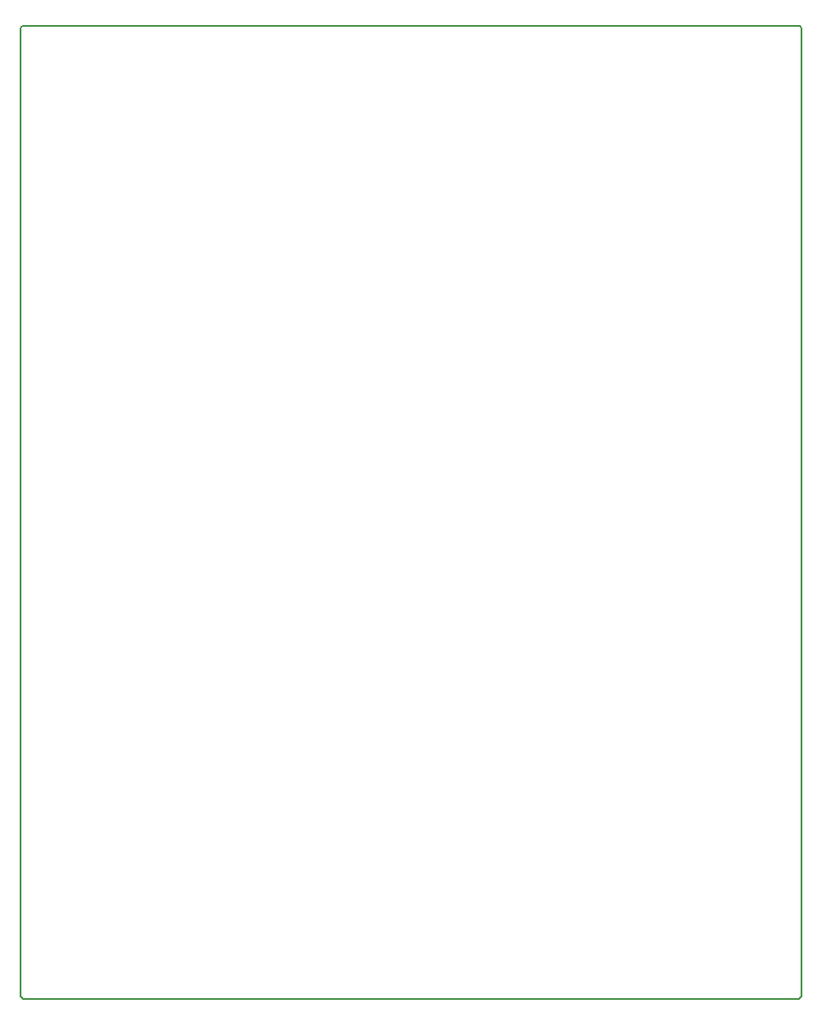
<source format=gko>
G04*
G04 #@! TF.GenerationSoftware,Altium Limited,Altium Designer,21.3.2 (30)*
G04*
G04 Layer_Color=16711935*
%FSTAX24Y24*%
%MOIN*%
G70*
G04*
G04 #@! TF.SameCoordinates,70DC1E10-037C-42C7-9AD5-60C584CD1C3D*
G04*
G04*
G04 #@! TF.FilePolarity,Positive*
G04*
G01*
G75*
%ADD13C,0.0079*%
D13*
X0311Y04615D02*
G03*
X031Y04625I-0001J0D01*
G01*
Y00995D02*
G03*
X0311Y01005I0J0001D01*
G01*
X00205Y04625D02*
G03*
X00195Y04615I0J-0001D01*
G01*
Y01005D02*
G03*
X00205Y00995I0001J0D01*
G01*
X031D01*
X00205Y04625D02*
X031D01*
X0311Y01005D02*
Y04615D01*
X00195Y01005D02*
Y04615D01*
M02*

</source>
